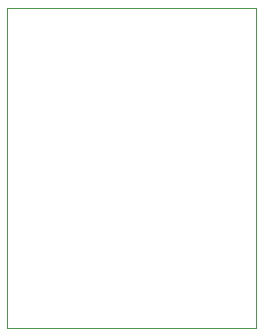
<source format=gm1>
G04 #@! TF.GenerationSoftware,KiCad,Pcbnew,(5.1.4-0-10_14)*
G04 #@! TF.CreationDate,2019-12-04T21:12:01-08:00*
G04 #@! TF.ProjectId,SO20,534f3230-2e6b-4696-9361-645f70636258,rev?*
G04 #@! TF.SameCoordinates,Original*
G04 #@! TF.FileFunction,Profile,NP*
%FSLAX46Y46*%
G04 Gerber Fmt 4.6, Leading zero omitted, Abs format (unit mm)*
G04 Created by KiCad (PCBNEW (5.1.4-0-10_14)) date 2019-12-04 21:12:01*
%MOMM*%
%LPD*%
G04 APERTURE LIST*
%ADD10C,0.050000*%
G04 APERTURE END LIST*
D10*
X131953000Y-81165700D02*
X131953000Y-54089300D01*
X153035000Y-81165700D02*
X131953000Y-81165700D01*
X153035000Y-54089300D02*
X153035000Y-81165700D01*
X131953000Y-54089300D02*
X153035000Y-54089300D01*
M02*

</source>
